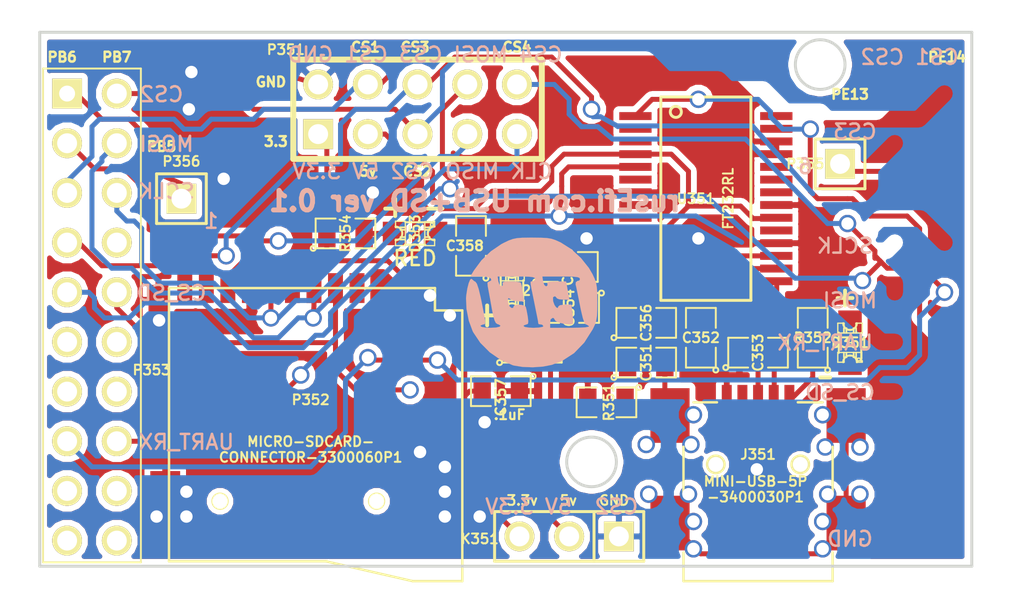
<source format=kicad_pcb>
(kicad_pcb (version 3) (host pcbnew "(2013-07-07 BZR 4022)-stable")
  (title_block (comment 2 Art_Electro) (comment 3 Art_Electro) (comment 4 Art_Electro))
  (layers (15 F.Cu signal) (0 B.Cu signal) (18 B.Paste user) (19 F.Paste user) (20 B.SilkS user) (21 F.SilkS user) (22 B.Mask user) (23 F.Mask user) (28 Edge.Cuts user))
  (net 0 "")
  (net 1 /3.3V)
  (net 2 /5V)
  (net 3 /CAN_TX)
  (net 4 /CS1)
  (net 5 /CS2)
  (net 6 /CS3)
  (net 7 /CS4)
  (net 8 /CS_SD_MODULE)
  (net 9 /SPI_MISO)
  (net 10 /SPI_MOSI)
  (net 11 /SPI_SCK)
  (net 12 /USART_RX)
  (net 13 /USART_TX)
  (net 14 GND)
  (net 15 N-000001)
  (net 16 N-0000017)
  (net 17 N-0000019)
  (net 18 N-000002)
  (net 19 N-000003)
  (net 20 N-0000039)
  (net 21 N-0000048)
  (net 22 N-0000056)
  (net 23 N-0000058)
  (module MICRO-SDCARD-CONNECTOR-3300060P1 (layer F.Cu) (at 190.5 172.339 270)
    (fp_text reference P352 (at -1.778 0.254 360) (layer F.SilkS) (effects (font (size 0.50038 0.50038) (thickness 0.1016))))
    (fp_text value MICRO-SDCARD-CONNECTOR-3300060P1 hide)
    (pad 1 smd rect (at -7.493 -2.114 270) (size 1.524 0.762) (layers F.Cu F.Paste F.Mask))
    (pad 2 smd rect (at -7.493 -1.014 270) (size 1.524 0.762) (layers F.Cu F.Paste F.Mask) (net 8 /CS_SD_MODULE))
    (pad 3 smd rect (at -7.493 0.086 270) (size 1.524 0.762) (layers F.Cu F.Paste F.Mask) (net 10 /SPI_MOSI))
    (pad 4 smd rect (at -7.493 1.186 270) (size 1.524 0.762) (layers F.Cu F.Paste F.Mask) (net 1 /3.3V))
    (pad 5 smd rect (at -7.493 2.286 270) (size 1.524 0.762) (layers F.Cu F.Paste F.Mask) (net 11 /SPI_SCK))
    (pad 6 smd rect (at -7.493 3.386 270) (size 1.524 0.762) (layers F.Cu F.Paste F.Mask) (net 14 GND))
    (pad 7 smd rect (at -7.493 4.486 270) (size 1.524 0.762) (layers F.Cu F.Paste F.Mask) (net 9 /SPI_MISO))
    (pad 8 smd rect (at -7.493 5.586 270) (size 1.524 0.762) (layers F.Cu F.Paste F.Mask))
    (pad 9 smd rect (at -7.493 6.686 270) (size 1.524 0.762) (layers F.Cu F.Paste F.Mask))
    (pad G301 smd rect (at -6.893 8.032 270) (size 1.524 1.016) (layers F.Cu F.Paste F.Mask) (net 14 GND))
    (pad G302 smd rect (at 2.88 7.686 270) (size 2.032 1.524) (layers F.Cu F.Paste F.Mask) (net 14 GND))
    (pad G303 smd rect (at 2.88 -7.714 270) (size 2.032 1.524) (layers F.Cu F.Paste F.Mask) (net 14 GND))
    (pad G304 smd rect (at -7.101 -6.895 270) (size 1.524 1.524) (layers F.Cu F.Paste F.Mask) (net 14 GND))
    (pad "" np_thru_hole circle (at 3.407 4.886 270) (size 0.889 0.889) (drill 0.762) (layers *.Mask F.SilkS))
    (pad "" np_thru_hole circle (at 3.407 -3.114 270) (size 0.889 0.889) (drill 0.762) (layers *.Mask F.SilkS))
  )
  (module SM0805 (layer F.Cu) (at 207.391 168.656)
    (fp_text reference C351 (at 0 0 90) (layer F.SilkS) (effects (font (size 0.50038 0.50038) (thickness 0.1016))))
    (fp_text value 4700pF hide)
    (pad 1 smd rect (at -0.9525 0) (size 0.889 1.397) (layers F.Cu F.Paste F.Mask) (net 14 GND))
    (pad 2 smd rect (at 0.9525 0) (size 0.889 1.397) (layers F.Cu F.Paste F.Mask) (net 18 N-000002))
  )
  (module SM0805 (layer F.Cu) (at 210.185 167.386 90)
    (fp_text reference C352 (at 0 0 180) (layer F.SilkS) (effects (font (size 0.50038 0.50038) (thickness 0.1016))))
    (fp_text value 47pF hide)
    (pad 1 smd rect (at -0.9525 0 90) (size 0.889 1.397) (layers F.Cu F.Paste F.Mask) (net 14 GND))
    (pad 2 smd rect (at 0.9525 0 90) (size 0.889 1.397) (layers F.Cu F.Paste F.Mask) (net 22 N-0000056))
  )
  (module SM0805 (layer F.Cu) (at 213.106 168.148)
    (fp_text reference C353 (at 0 0 90) (layer F.SilkS) (effects (font (size 0.50038 0.50038) (thickness 0.1016))))
    (fp_text value 47pF hide)
    (pad 1 smd rect (at -0.9525 0) (size 0.889 1.397) (layers F.Cu F.Paste F.Mask) (net 14 GND))
    (pad 2 smd rect (at 0.9525 0) (size 0.889 1.397) (layers F.Cu F.Paste F.Mask) (net 19 N-000003))
  )
  (module SM0805 (layer F.Cu) (at 203.454 165.862 180)
    (fp_text reference C354 (at 0 0 270) (layer F.SilkS) (effects (font (size 0.50038 0.50038) (thickness 0.1016))))
    (fp_text value 4.7uF hide)
    (pad 1 smd rect (at -0.9525 0 180) (size 0.889 1.397) (layers F.Cu F.Paste F.Mask) (net 2 /5V))
    (pad 2 smd rect (at 0.9525 0 180) (size 0.889 1.397) (layers F.Cu F.Paste F.Mask) (net 14 GND))
  )
  (module SM0805 (layer F.Cu) (at 203.3905 163.7665)
    (fp_text reference C355 (at 0 0 90) (layer F.SilkS) (effects (font (size 0.50038 0.50038) (thickness 0.1016))))
    (fp_text value .1uF hide)
    (pad 1 smd rect (at -0.9525 0) (size 0.889 1.397) (layers F.Cu F.Paste F.Mask) (net 14 GND))
    (pad 2 smd rect (at 0.9525 0) (size 0.889 1.397) (layers F.Cu F.Paste F.Mask) (net 2 /5V))
  )
  (module SM0805 (layer F.Cu) (at 207.391 166.624)
    (fp_text reference C356 (at 0 0 90) (layer F.SilkS) (effects (font (size 0.50038 0.50038) (thickness 0.1016))))
    (fp_text value .1uF hide)
    (pad 1 smd rect (at -0.9525 0) (size 0.889 1.397) (layers F.Cu F.Paste F.Mask) (net 14 GND))
    (pad 2 smd rect (at 0.9525 0) (size 0.889 1.397) (layers F.Cu F.Paste F.Mask) (net 20 N-0000039))
  )
  (module LED-0805 (layer F.Cu) (at 217.805 167.64 270)
    (fp_text reference D351 (at 0 0 360) (layer F.SilkS) (effects (font (size 0.50038 0.50038) (thickness 0.1016))))
    (fp_text value GREEN hide)
    (pad 1 smd rect (at -1.04902 0 270) (size 1.19888 1.19888) (layers F.Cu F.Paste F.Mask) (net 17 N-0000019))
    (pad 2 smd rect (at 1.04902 0 270) (size 1.19888 1.19888) (layers F.Cu F.Paste F.Mask) (net 14 GND))
  )
  (module LED-0805 (layer F.Cu) (at 200.533 164.973 90)
    (fp_text reference D352 (at 0 0 180) (layer F.SilkS) (effects (font (size 0.50038 0.50038) (thickness 0.1016))))
    (fp_text value RED hide)
    (pad 1 smd rect (at -1.04902 0 90) (size 1.19888 1.19888) (layers F.Cu F.Paste F.Mask) (net 21 N-0000048))
    (pad 2 smd rect (at 1.04902 0 90) (size 1.19888 1.19888) (layers F.Cu F.Paste F.Mask) (net 14 GND))
  )
  (module SM0805 (layer F.Cu) (at 205.359 170.688 180)
    (fp_text reference R351 (at -0.127 0 270) (layer F.SilkS) (effects (font (size 0.50038 0.50038) (thickness 0.1016))))
    (fp_text value 1M hide)
    (pad 1 smd rect (at -0.9525 0 180) (size 0.889 1.397) (layers F.Cu F.Paste F.Mask) (net 18 N-000002))
    (pad 2 smd rect (at 0.9525 0 180) (size 0.889 1.397) (layers F.Cu F.Paste F.Mask) (net 14 GND))
  )
  (module SM0805 (layer F.Cu) (at 215.9 167.386 90)
    (fp_text reference R352 (at 0 0 180) (layer F.SilkS) (effects (font (size 0.50038 0.50038) (thickness 0.1016))))
    (fp_text value 1k hide)
    (pad 1 smd rect (at -0.9525 0 90) (size 0.889 1.397) (layers F.Cu F.Paste F.Mask) (net 15 N-000001))
    (pad 2 smd rect (at 0.9525 0 90) (size 0.889 1.397) (layers F.Cu F.Paste F.Mask) (net 17 N-0000019))
  )
  (module SM0805 (layer F.Cu) (at 201.549 167.894)
    (fp_text reference R353 (at 0 0 90) (layer F.SilkS) (effects (font (size 0.50038 0.50038) (thickness 0.1016))))
    (fp_text value 1k hide)
    (pad 1 smd rect (at -0.9525 0) (size 0.889 1.397) (layers F.Cu F.Paste F.Mask) (net 21 N-0000048))
    (pad 2 smd rect (at 0.9525 0) (size 0.889 1.397) (layers F.Cu F.Paste F.Mask) (net 2 /5V))
  )
  (module ssop-28 (layer F.Cu) (at 210.439 160.274 270)
    (fp_text reference U351 (at 0 0.508 360) (layer F.SilkS) (effects (font (size 0.50038 0.50038) (thickness 0.1016))))
    (fp_text value FT232RL (at 0 -1.143 270) (layer F.SilkS) (effects (font (size 0.50038 0.50038) (thickness 0.09906))))
    (pad 7 smd rect (at -0.32512 3.59918 270) (size 0.4064 1.651) (layers F.Cu F.Paste F.Mask) (net 14 GND))
    (pad 8 smd rect (at 0.32512 3.59918 270) (size 0.4064 1.651) (layers F.Cu F.Paste F.Mask))
    (pad 9 smd rect (at 0.97536 3.59918 270) (size 0.4064 1.651) (layers F.Cu F.Paste F.Mask))
    (pad 10 smd rect (at 1.6256 3.59918 270) (size 0.4064 1.651) (layers F.Cu F.Paste F.Mask))
    (pad 25 smd rect (at -2.27584 -3.59918 270) (size 0.4064 1.651) (layers F.Cu F.Paste F.Mask) (net 14 GND))
    (pad 4 smd rect (at -2.27584 3.59918 270) (size 0.4064 1.651) (layers F.Cu F.Paste F.Mask) (net 2 /5V))
    (pad 5 smd rect (at -1.6256 3.59918 270) (size 0.4064 1.651) (layers F.Cu F.Paste F.Mask) (net 12 /USART_RX))
    (pad 6 smd rect (at -0.97536 3.59918 270) (size 0.4064 1.651) (layers F.Cu F.Paste F.Mask))
    (pad 18 smd rect (at 2.27584 -3.59918 270) (size 0.4064 1.651) (layers F.Cu F.Paste F.Mask) (net 14 GND))
    (pad 19 smd rect (at 1.6256 -3.59918 270) (size 0.4064 1.651) (layers F.Cu F.Paste F.Mask))
    (pad 20 smd rect (at 0.97536 -3.59918 270) (size 0.4064 1.651) (layers F.Cu F.Paste F.Mask) (net 2 /5V))
    (pad 21 smd rect (at 0.32512 -3.59918 270) (size 0.4064 1.651) (layers F.Cu F.Paste F.Mask) (net 14 GND))
    (pad 22 smd rect (at -0.32512 -3.59918 270) (size 0.4064 1.651) (layers F.Cu F.Paste F.Mask))
    (pad 23 smd rect (at -0.97536 -3.59918 270) (size 0.4064 1.651) (layers F.Cu F.Paste F.Mask))
    (pad 11 smd rect (at 2.27584 3.59918 270) (size 0.4064 1.651) (layers F.Cu F.Paste F.Mask))
    (pad 24 smd rect (at -1.6256 -3.59918 270) (size 0.4064 1.651) (layers F.Cu F.Paste F.Mask))
    (pad 26 smd rect (at -2.92608 -3.59918 270) (size 0.4064 1.651) (layers F.Cu F.Paste F.Mask) (net 14 GND))
    (pad 27 smd rect (at -3.57378 -3.59918 270) (size 0.4064 1.651) (layers F.Cu F.Paste F.Mask))
    (pad 28 smd rect (at -4.22402 -3.59918 270) (size 0.4064 1.651) (layers F.Cu F.Paste F.Mask))
    (pad 1 smd rect (at -4.22402 3.59918 270) (size 0.4064 1.651) (layers F.Cu F.Paste F.Mask) (net 13 /USART_TX))
    (pad 2 smd rect (at -3.57378 3.59918 270) (size 0.4064 1.651) (layers F.Cu F.Paste F.Mask))
    (pad 3 smd rect (at -2.92608 3.59918 270) (size 0.4064 1.651) (layers F.Cu F.Paste F.Mask))
    (pad 12 smd rect (at 2.92608 3.59918 270) (size 0.4064 1.651) (layers F.Cu F.Paste F.Mask))
    (pad 13 smd rect (at 3.57378 3.59918 270) (size 0.4064 1.651) (layers F.Cu F.Paste F.Mask))
    (pad 14 smd rect (at 4.22402 3.59918 270) (size 0.4064 1.651) (layers F.Cu F.Paste F.Mask))
    (pad 15 smd rect (at 4.22402 -3.59918 270) (size 0.4064 1.651) (layers F.Cu F.Paste F.Mask) (net 19 N-000003))
    (pad 16 smd rect (at 3.57378 -3.59918 270) (size 0.4064 1.651) (layers F.Cu F.Paste F.Mask) (net 22 N-0000056))
    (pad 17 smd rect (at 2.92608 -3.59918 270) (size 0.4064 1.651) (layers F.Cu F.Paste F.Mask) (net 20 N-0000039))
  )
  (module LED-0805 (layer F.Cu) (at 195.58 162.052)
    (fp_text reference D353 (at 0 0 90) (layer F.SilkS) (effects (font (size 0.50038 0.50038) (thickness 0.1016))))
    (fp_text value RED (at 0 1.27) (layer F.SilkS) (effects (font (size 0.762 0.762) (thickness 0.127))))
    (pad 1 smd rect (at -1.04902 0) (size 1.19888 1.19888) (layers F.Cu F.Paste F.Mask) (net 23 N-0000058))
    (pad 2 smd rect (at 1.04902 0) (size 1.19888 1.19888) (layers F.Cu F.Paste F.Mask) (net 14 GND))
  )
  (module SM0805 (layer F.Cu) (at 192.024 162.052)
    (fp_text reference R354 (at 0 0 90) (layer F.SilkS) (effects (font (size 0.50038 0.50038) (thickness 0.1016))))
    (fp_text value 1k hide)
    (pad 1 smd rect (at -0.9525 0) (size 0.889 1.397) (layers F.Cu F.Paste F.Mask) (net 1 /3.3V))
    (pad 2 smd rect (at 0.9525 0) (size 0.889 1.397) (layers F.Cu F.Paste F.Mask) (net 23 N-0000058))
  )
  (module PIN_ARRAY_3_A (layer F.Cu) (at 203.454 177.546 180)
    (fp_text reference K351 (at 4.572 -0.127 180) (layer F.SilkS) (effects (font (size 0.50038 0.50038) (thickness 0.1016))))
    (fp_text value CONN_3 hide)
    (pad 1 thru_hole rect (at -2.54 0 180) (size 1.524 1.524) (drill 1.016) (layers *.Cu *.Mask F.SilkS) (net 14 GND))
    (pad 2 thru_hole circle (at 0 0 180) (size 1.524 1.524) (drill 1.016) (layers *.Cu *.Mask F.SilkS) (net 2 /5V))
    (pad 3 thru_hole circle (at 2.54 0 180) (size 1.524 1.524) (drill 1.016) (layers *.Cu *.Mask F.SilkS) (net 1 /3.3V))
  )
  (module PIN_ARRAY_10X2 (layer F.Cu) (at 179.07 166.37 270)
    (fp_text reference P353 (at 2.667 -3.048 360) (layer F.SilkS) (effects (font (size 0.50038 0.50038) (thickness 0.1016))))
    (fp_text value CONN_10X2 hide)
    (pad 1 thru_hole rect (at -11.47064 1.27 270) (size 1.524 1.524) (drill 0.8128) (layers *.Cu *.Mask F.SilkS) (net 3 /CAN_TX))
    (pad 2 thru_hole circle (at -11.47064 -1.27 270) (size 1.524 1.524) (drill 1.016) (layers *.Cu *.Mask F.SilkS) (net 5 /CS2))
    (pad 3 thru_hole circle (at -8.93064 1.27 270) (size 1.524 1.524) (drill 1.016) (layers *.Cu *.Mask F.SilkS) (net 9 /SPI_MISO))
    (pad 4 thru_hole circle (at -8.93064 -1.27 270) (size 1.524 1.524) (drill 1.016) (layers *.Cu *.Mask F.SilkS) (net 10 /SPI_MOSI))
    (pad 5 thru_hole circle (at -6.39064 1.27 270) (size 1.524 1.524) (drill 1.016) (layers *.Cu *.Mask F.SilkS) (net 4 /CS1))
    (pad 6 thru_hole circle (at -6.39064 -1.27 270) (size 1.524 1.524) (drill 1.016) (layers *.Cu *.Mask F.SilkS) (net 11 /SPI_SCK))
    (pad 7 thru_hole circle (at -3.85064 1.27 270) (size 1.524 1.524) (drill 1.016) (layers *.Cu *.Mask F.SilkS) (net 6 /CS3))
    (pad 8 thru_hole circle (at -3.85064 -1.27 270) (size 1.524 1.524) (drill 1.016) (layers *.Cu *.Mask F.SilkS))
    (pad 9 thru_hole circle (at -1.31064 1.27 270) (size 1.524 1.524) (drill 1.016) (layers *.Cu *.Mask F.SilkS) (net 7 /CS4))
    (pad 10 thru_hole circle (at -1.31064 -1.27 270) (size 1.524 1.524) (drill 1.016) (layers *.Cu *.Mask F.SilkS) (net 8 /CS_SD_MODULE))
    (pad 11 thru_hole circle (at 1.22936 1.27 270) (size 1.524 1.524) (drill 1.016) (layers *.Cu *.Mask F.SilkS))
    (pad 12 thru_hole circle (at 1.22936 -1.27 270) (size 1.524 1.524) (drill 1.016) (layers *.Cu *.Mask F.SilkS))
    (pad 13 thru_hole circle (at 3.76936 1.27 270) (size 1.524 1.524) (drill 1.016) (layers *.Cu *.Mask F.SilkS))
    (pad 14 thru_hole circle (at 3.76936 -1.27 270) (size 1.524 1.524) (drill 1.016) (layers *.Cu *.Mask F.SilkS))
    (pad 15 thru_hole circle (at 6.30936 1.27 270) (size 1.524 1.524) (drill 1.016) (layers *.Cu *.Mask F.SilkS) (net 13 /USART_TX))
    (pad 16 thru_hole circle (at 6.30936 -1.27 270) (size 1.524 1.524) (drill 1.016) (layers *.Cu *.Mask F.SilkS) (net 12 /USART_RX))
    (pad 17 thru_hole circle (at 8.84936 1.27 270) (size 1.524 1.524) (drill 1.016) (layers *.Cu *.Mask F.SilkS))
    (pad 18 thru_hole circle (at 8.84936 -1.27 270) (size 1.524 1.524) (drill 1.016) (layers *.Cu *.Mask F.SilkS))
    (pad 19 thru_hole circle (at 11.38936 1.27 270) (size 1.524 1.524) (drill 1.016) (layers *.Cu *.Mask F.SilkS))
    (pad 20 thru_hole circle (at 11.38936 -1.27 270) (size 1.524 1.524) (drill 1.016) (layers *.Cu *.Mask F.SilkS))
  )
  (module MINI-USB-5P-3400020P1 (layer F.Cu) (at 213.106 175.26)
    (fp_text reference J351 (at 0 -1.905) (layer F.SilkS) (effects (font (size 0.50038 0.50038) (thickness 0.1016))))
    (fp_text value MINI-USB-5P-3400020P1 hide)
    (pad 5 smd rect (at -1.6 -4.191) (size 0.508 2.54) (layers F.Cu F.Paste F.Mask) (net 14 GND))
    (pad 4 smd rect (at -0.8 -4.191) (size 0.508 2.54) (layers F.Cu F.Paste F.Mask))
    (pad 3 smd rect (at 0 -4.191) (size 0.508 2.54) (layers F.Cu F.Paste F.Mask) (net 22 N-0000056))
    (pad 2 smd rect (at 0.8 -4.191) (size 0.508 2.54) (layers F.Cu F.Paste F.Mask) (net 19 N-000003))
    (pad 1 smd rect (at 1.6 -4.191) (size 0.508 2.54) (layers F.Cu F.Paste F.Mask) (net 15 N-000001))
    (pad 6 smd rect (at -4.5 1.603 90) (size 2.794 2) (layers F.Cu F.Paste F.Mask) (net 18 N-000002))
    (pad 6 smd rect (at 4.5 1.603 90) (size 2.794 2) (layers F.Cu F.Paste F.Mask) (net 18 N-000002))
    (pad 6 smd rect (at -4.5 -3.897 90) (size 2.794 2) (layers F.Cu F.Paste F.Mask) (net 18 N-000002))
    (pad 6 smd rect (at 4.5 -3.897 90) (size 2.794 2) (layers F.Cu F.Paste F.Mask) (net 18 N-000002))
    (pad "" np_thru_hole circle (at -2.159 -1.397 90) (size 1.016 1.016) (drill 0.762) (layers *.Mask F.SilkS))
    (pad "" np_thru_hole circle (at 2.159 -1.397 90) (size 1.016 1.016) (drill 0.762) (layers *.Mask F.SilkS))
  )
  (module PIN_ARRAY_1 (layer F.Cu) (at 217.297 158.496)
    (fp_text reference P355 (at -1.778 0) (layer F.SilkS) (effects (font (size 0.50038 0.50038) (thickness 0.1016))))
    (fp_text value CONN_1 hide)
    (pad 1 thru_hole rect (at 0 0) (size 1.524 1.524) (drill 1.016) (layers *.Cu *.Mask F.SilkS) (net 16 N-0000017))
  )
  (module PIN_ARRAY_5x2 (layer F.Cu) (at 195.707 155.702)
    (fp_text reference P351 (at -6.731 -3.048) (layer F.SilkS) (effects (font (size 0.50038 0.50038) (thickness 0.1016))))
    (fp_text value CONN_5X2 hide)
    (pad 1 thru_hole rect (at -5.08 1.27) (size 1.524 1.524) (drill 1.016) (layers *.Cu *.Mask F.SilkS) (net 1 /3.3V))
    (pad 2 thru_hole circle (at -5.08 -1.27) (size 1.524 1.524) (drill 1.016) (layers *.Cu *.Mask F.SilkS) (net 14 GND))
    (pad 3 thru_hole circle (at -2.54 1.27) (size 1.524 1.524) (drill 1.016) (layers *.Cu *.Mask F.SilkS) (net 2 /5V))
    (pad 4 thru_hole circle (at -2.54 -1.27) (size 1.524 1.524) (drill 1.016) (layers *.Cu *.Mask F.SilkS) (net 4 /CS1))
    (pad 5 thru_hole circle (at 0 1.27) (size 1.524 1.524) (drill 1.016) (layers *.Cu *.Mask F.SilkS) (net 5 /CS2))
    (pad 6 thru_hole circle (at 0 -1.27) (size 1.524 1.524) (drill 1.016) (layers *.Cu *.Mask F.SilkS) (net 6 /CS3))
    (pad 7 thru_hole circle (at 2.54 1.27) (size 1.524 1.524) (drill 1.016) (layers *.Cu *.Mask F.SilkS) (net 9 /SPI_MISO))
    (pad 8 thru_hole circle (at 2.54 -1.27) (size 1.524 1.524) (drill 1.016) (layers *.Cu *.Mask F.SilkS) (net 10 /SPI_MOSI))
    (pad 9 thru_hole circle (at 5.08 1.27) (size 1.524 1.524) (drill 1.016) (layers *.Cu *.Mask F.SilkS) (net 11 /SPI_SCK))
    (pad 10 thru_hole circle (at 5.08 -1.27) (size 1.524 1.524) (drill 1.016) (layers *.Cu *.Mask F.SilkS) (net 7 /CS4))
  )
  (module PIN_ARRAY_1 (layer F.Cu) (at 183.642 160.274)
    (fp_text reference P356 (at 0 -1.905) (layer F.SilkS) (effects (font (size 0.50038 0.50038) (thickness 0.1016))))
    (fp_text value CONN_1 hide)
    (pad 1 thru_hole rect (at 0 0) (size 1.524 1.524) (drill 1.016) (layers *.Cu *.Mask F.SilkS) (net 3 /CAN_TX))
  )
  (module LOGO_F (layer B.Cu) (at 201.549 165.608)
    (fp_text reference G305 hide)
    (fp_text value LOGO hide)
  )
  (module SM0805 (layer F.Cu) (at 199.9615 170.1165 180)
    (fp_text reference C357 (at 0 -0.3175 270) (layer F.SilkS) (effects (font (size 0.50038 0.50038) (thickness 0.10922))))
    (fp_text value .1uF (at -0.4445 -1.2065 180) (layer F.SilkS) (effects (font (size 0.50038 0.50038) (thickness 0.10922))))
    (pad 1 smd rect (at -0.9525 0 180) (size 0.889 1.397) (layers F.Cu F.Paste F.Mask) (net 14 GND))
    (pad 2 smd rect (at 0.9525 0 180) (size 0.889 1.397) (layers F.Cu F.Paste F.Mask) (net 1 /3.3V))
  )
  (module SM0805 (layer F.Cu) (at 198.4375 162.687 90)
    (fp_text reference C358 (at 0 -0.3175 180) (layer F.SilkS) (effects (font (size 0.50038 0.50038) (thickness 0.10922))))
    (fp_text value 4.7uF hide)
    (pad 1 smd rect (at -0.9525 0 90) (size 0.889 1.397) (layers F.Cu F.Paste F.Mask) (net 1 /3.3V))
    (pad 2 smd rect (at 0.9525 0 90) (size 0.889 1.397) (layers F.Cu F.Paste F.Mask) (net 14 GND))
  )
  (gr_text 6 (at 215.519 158.623) (layer B.SilkS) (effects (font (size 0.762 0.762) (thickness 0.127)) (justify mirror)))
  (gr_text 1 (at 185.166 161.417) (layer B.SilkS) (effects (font (size 0.762 0.762) (thickness 0.127)) (justify mirror)))
  (gr_text "CLK MISO CS2 5V 3.3V" (at 195.961 158.877) (layer B.SilkS) (effects (font (size 0.762 0.762) (thickness 0.127)) (justify mirror)))
  (gr_text "CS4 MOSI CS3 CS1 GND" (at 196.088 152.908) (layer B.SilkS) (effects (font (size 0.762 0.762) (thickness 0.127)) (justify mirror)))
  (gr_text "CS2  5V 3.3V" (at 203.073 176.022) (layer B.SilkS) (effects (font (size 0.762 0.762) (thickness 0.127)) (justify mirror)))
  (gr_text MOSI (at 182.88 157.48) (layer B.SilkS) (effects (font (size 0.762 0.762) (thickness 0.127)) (justify mirror)))
  (gr_text UART_RX (at 183.896 172.72) (layer B.SilkS) (effects (font (size 0.762 0.762) (thickness 0.127)) (justify mirror)))
  (gr_text CS_SD (at 183.134 165.1) (layer B.SilkS) (effects (font (size 0.762 0.762) (thickness 0.127)) (justify mirror)))
  (gr_text SCLK (at 182.88 159.893) (layer B.SilkS) (effects (font (size 0.762 0.762) (thickness 0.127)) (justify mirror)))
  (gr_text GND (at 217.805 177.673) (layer B.SilkS) (effects (font (size 0.762 0.762) (thickness 0.127)) (justify mirror)))
  (gr_text CS_SD (at 217.297 170.18) (layer B.SilkS) (effects (font (size 0.762 0.762) (thickness 0.127)) (justify mirror)))
  (gr_text UART_RX (at 216.535 167.64) (layer B.SilkS) (effects (font (size 0.762 0.762) (thickness 0.127)) (justify mirror)))
  (gr_text CS2 (at 182.626 154.94) (layer B.SilkS) (effects (font (size 0.762 0.762) (thickness 0.127)) (justify mirror)))
  (gr_text MOSI (at 217.805 165.481) (layer B.SilkS) (effects (font (size 0.762 0.762) (thickness 0.127)) (justify mirror)))
  (gr_text SCLK (at 217.551 162.687) (layer B.SilkS) (effects (font (size 0.762 0.762) (thickness 0.127)) (justify mirror)))
  (gr_text CS3 (at 218.059 156.845) (layer B.SilkS) (effects (font (size 0.762 0.762) (thickness 0.127)) (justify mirror)))
  (gr_text "CS1 CS2" (at 220.853 153.035) (layer B.SilkS) (effects (font (size 0.762 0.762) (thickness 0.127)) (justify mirror)))
  (gr_line (start 194.945 160.782) (end 195.072 160.782) (angle 90) (layer F.SilkS) (width 0.2))
  (gr_line (start 194.564 161.163) (end 194.564 160.274) (angle 90) (layer F.SilkS) (width 0.2))
  (gr_line (start 194.056 160.782) (end 194.945 160.782) (angle 90) (layer F.SilkS) (width 0.2))
  (gr_line (start 196.215 160.782) (end 196.977 160.782) (angle 90) (layer F.SilkS) (width 0.2))
  (gr_line (start 199.263 165.735) (end 199.263 166.751) (angle 90) (layer F.SilkS) (width 0.2))
  (gr_line (start 198.882 166.243) (end 199.644 166.243) (angle 90) (layer F.SilkS) (width 0.2))
  (gr_line (start 200.152 162.814) (end 200.787 162.814) (angle 90) (layer F.SilkS) (width 0.2))
  (gr_line (start 216.789 169.418) (end 216.281 169.418) (angle 90) (layer F.SilkS) (width 0.2))
  (gr_line (start 217.551 165.735) (end 217.551 164.973) (angle 90) (layer F.SilkS) (width 0.2))
  (gr_line (start 217.17 165.354) (end 217.932 165.354) (angle 90) (layer F.SilkS) (width 0.2))
  (gr_text PB5 (at 182.626 157.607) (layer F.SilkS) (effects (font (size 0.50038 0.50038) (thickness 0.125095))))
  (gr_text CS2 (at 195.707 158.877) (layer F.SilkS) (effects (font (size 0.50038 0.50038) (thickness 0.125095))))
  (gr_text CS4 (at 200.787 152.527) (layer F.SilkS) (effects (font (size 0.50038 0.50038) (thickness 0.125095))))
  (gr_text CS3 (at 195.58 152.527) (layer F.SilkS) (effects (font (size 0.50038 0.50038) (thickness 0.125095))))
  (gr_text CS1 (at 193.04 152.527) (layer F.SilkS) (effects (font (size 0.50038 0.50038) (thickness 0.125095))))
  (gr_text 5v (at 193.167 158.877) (layer F.SilkS) (effects (font (size 0.50038 0.50038) (thickness 0.125095))))
  (gr_text 3.3 (at 188.468 157.353) (layer F.SilkS) (effects (font (size 0.50038 0.50038) (thickness 0.125095))))
  (gr_text PB7 (at 180.34 153.035) (layer F.SilkS) (effects (font (size 0.50038 0.50038) (thickness 0.125095))))
  (gr_text PB6 (at 177.546 153.035) (layer F.SilkS) (effects (font (size 0.50038 0.50038) (thickness 0.125095))))
  (gr_text GND (at 188.214 154.305) (layer F.SilkS) (effects (font (size 0.50038 0.50038) (thickness 0.125095))))
  (gr_text PE14 (at 222.758 153.035) (layer F.SilkS) (effects (font (size 0.50038 0.50038) (thickness 0.125095))))
  (gr_text PE13 (at 217.805 154.94) (layer F.SilkS) (effects (font (size 0.50038 0.50038) (thickness 0.125095))))
  (gr_text "3.3v   5v   GND" (at 203.3905 175.7045) (layer F.SilkS) (effects (font (size 0.50038 0.50038) (thickness 0.1016))))
  (gr_text "rusEfi.com USB+SD ver 0.1" (at 198.628 160.401) (layer B.SilkS) (effects (font (size 1 1) (thickness 0.25)) (justify mirror)))
  (gr_text "MINI-USB-5P\n-3400030P1" (at 212.979 175.133) (layer F.SilkS) (effects (font (size 0.50038 0.50038) (thickness 0.1016))))
  (gr_text "MICRO-SDCARD-\nCONNECTOR-3300060P1" (at 190.246 173.101) (layer F.SilkS) (effects (font (size 0.50038 0.50038) (thickness 0.1016))))
  (gr_line (start 224.028 179.07) (end 224.028 151.765) (angle 90) (layer Edge.Cuts) (width 0.15))
  (gr_line (start 224.028 151.765) (end 176.403 151.765) (angle 90) (layer Edge.Cuts) (width 0.15))
  (gr_line (start 176.403 179.07) (end 224.028 179.07) (angle 90) (layer Edge.Cuts) (width 0.15))
  (gr_line (start 176.403 151.765) (end 176.403 179.07) (angle 90) (layer Edge.Cuts) (width 0.15))
  (gr_circle (center 204.597 173.736) (end 205.867 173.736) (layer Edge.Cuts) (width 0.15))
  (gr_circle (center 216.281 153.416) (end 217.551 153.416) (layer Edge.Cuts) (width 0.15))
  (segment (start 198.12 172.466) (end 198.12 173.482) (width 0.254) (layer F.Cu) (net 1))
  (segment (start 198.12 170.3705) (end 198.12 172.466) (width 0.254) (layer F.Cu) (net 1))
  (segment (start 199.644 176.276) (end 200.914 177.546) (width 0.254) (layer F.Cu) (net 1))
  (segment (start 199.644 174.1805) (end 199.644 176.276) (width 0.254) (layer F.Cu) (net 1))
  (segment (start 199.1995 173.736) (end 199.644 174.1805) (width 0.254) (layer F.Cu) (net 1))
  (segment (start 198.374 173.736) (end 199.1995 173.736) (width 0.254) (layer F.Cu) (net 1))
  (segment (start 198.12 173.482) (end 198.374 173.736) (width 0.254) (layer F.Cu) (net 1))
  (segment (start 198.4375 163.6395) (end 195.326 163.6395) (width 0.254) (layer F.Cu) (net 1))
  (segment (start 195.326 163.6395) (end 194.84975 164.11575) (width 0.254) (layer F.Cu) (net 1))
  (segment (start 199.009 170.1165) (end 198.374 170.1165) (width 0.254) (layer F.Cu) (net 1))
  (segment (start 198.374 170.1165) (end 198.12 170.3705) (width 0.254) (layer F.Cu) (net 1))
  (segment (start 191.0715 162.052) (end 191.0715 157.4165) (width 0.254) (layer F.Cu) (net 1))
  (segment (start 191.0715 157.4165) (end 190.627 156.972) (width 0.254) (layer F.Cu) (net 1))
  (segment (start 191.0715 162.052) (end 191.0715 163.449) (width 0.254) (layer F.Cu) (net 1))
  (segment (start 191.0715 163.449) (end 191.135 163.449) (width 0.254) (layer F.Cu) (net 1))
  (segment (start 190.5635 163.449) (end 189.865 163.449) (width 0.254) (layer F.Cu) (net 1))
  (segment (start 190.627 163.449) (end 191.135 163.449) (width 0.254) (layer F.Cu) (net 1))
  (segment (start 190.5635 163.449) (end 190.627 163.449) (width 0.254) (layer F.Cu) (net 1))
  (segment (start 189.865 163.449) (end 189.314 164) (width 0.254) (layer F.Cu) (net 1))
  (segment (start 189.314 164) (end 189.314 164.846) (width 0.254) (layer F.Cu) (net 1))
  (segment (start 195.453 164.719) (end 195.453 165.862) (width 0.254) (layer F.Cu) (net 1))
  (segment (start 195.453 165.862) (end 196.977 167.386) (width 0.254) (layer F.Cu) (net 1))
  (segment (start 196.977 167.386) (end 198.12 168.529) (width 0.254) (layer F.Cu) (net 1))
  (segment (start 198.12 168.529) (end 198.12 170.3705) (width 0.254) (layer F.Cu) (net 1))
  (segment (start 191.135 163.449) (end 194.183 163.449) (width 0.254) (layer F.Cu) (net 1))
  (segment (start 194.183 163.449) (end 194.84975 164.11575) (width 0.254) (layer F.Cu) (net 1))
  (segment (start 194.84975 164.11575) (end 195.453 164.719) (width 0.254) (layer F.Cu) (net 1))
  (segment (start 202.5015 167.894) (end 202.5015 171.7675) (width 0.254) (layer F.Cu) (net 2))
  (segment (start 201.549 175.641) (end 203.454 177.546) (width 0.254) (layer F.Cu) (net 2))
  (segment (start 201.549 172.72) (end 201.549 175.641) (width 0.254) (layer F.Cu) (net 2))
  (segment (start 202.5015 171.7675) (end 201.549 172.72) (width 0.254) (layer F.Cu) (net 2))
  (segment (start 204.4065 165.862) (end 204.4065 163.83) (width 0.254) (layer F.Cu) (net 2))
  (segment (start 204.4065 163.83) (end 204.343 163.7665) (width 0.254) (layer F.Cu) (net 2))
  (segment (start 193.167 156.972) (end 194.056 156.972) (width 0.254) (layer F.Cu) (net 2))
  (segment (start 202.565 159.385) (end 202.565 158.623) (width 0.254) (layer F.Cu) (net 2))
  (segment (start 202.565 158.623) (end 203.18984 157.99816) (width 0.254) (layer F.Cu) (net 2))
  (segment (start 203.18984 157.99816) (end 206.83982 157.99816) (width 0.254) (layer F.Cu) (net 2))
  (segment (start 198.12 160.782) (end 197.739 160.782) (width 0.254) (layer F.Cu) (net 2))
  (segment (start 198.628 160.782) (end 198.12 160.782) (width 0.254) (layer F.Cu) (net 2))
  (segment (start 202.057 159.893) (end 202.565 159.385) (width 0.254) (layer F.Cu) (net 2))
  (segment (start 199.517 159.893) (end 198.628 160.782) (width 0.254) (layer F.Cu) (net 2))
  (segment (start 200.787 159.893) (end 199.517 159.893) (width 0.254) (layer F.Cu) (net 2))
  (segment (start 200.787 159.893) (end 202.057 159.893) (width 0.254) (layer F.Cu) (net 2))
  (segment (start 196.977 160.782) (end 197.739 160.782) (width 0.254) (layer F.Cu) (net 2))
  (segment (start 196.469 160.274) (end 196.977 160.782) (width 0.254) (layer F.Cu) (net 2))
  (segment (start 196.469 158.877) (end 196.469 160.274) (width 0.254) (layer F.Cu) (net 2))
  (segment (start 195.961 158.369) (end 196.469 158.877) (width 0.254) (layer F.Cu) (net 2))
  (segment (start 194.945 158.369) (end 195.961 158.369) (width 0.254) (layer F.Cu) (net 2))
  (segment (start 194.564 157.988) (end 194.945 158.369) (width 0.254) (layer F.Cu) (net 2))
  (segment (start 194.564 157.48) (end 194.564 157.988) (width 0.254) (layer F.Cu) (net 2))
  (segment (start 194.056 156.972) (end 194.564 157.48) (width 0.254) (layer F.Cu) (net 2))
  (segment (start 209.55 160.655) (end 212.217 160.655) (width 0.254) (layer F.Cu) (net 2))
  (segment (start 213.99754 161.29) (end 214.03818 161.24936) (width 0.254) (layer F.Cu) (net 2))
  (segment (start 212.852 161.29) (end 213.99754 161.29) (width 0.254) (layer F.Cu) (net 2))
  (segment (start 212.598 161.036) (end 212.852 161.29) (width 0.254) (layer F.Cu) (net 2))
  (segment (start 212.217 160.655) (end 212.598 161.036) (width 0.254) (layer F.Cu) (net 2))
  (segment (start 209.55 159.258) (end 209.55 158.877) (width 0.254) (layer F.Cu) (net 2))
  (segment (start 209.55 160.655) (end 209.55 159.258) (width 0.254) (layer F.Cu) (net 2))
  (segment (start 208.67116 157.99816) (end 206.83982 157.99816) (width 0.254) (layer F.Cu) (net 2))
  (segment (start 209.55 158.877) (end 208.67116 157.99816) (width 0.254) (layer F.Cu) (net 2))
  (segment (start 208.534 163.957) (end 208.534 164.592) (width 0.254) (layer F.Cu) (net 2))
  (segment (start 208.534 162.179) (end 208.534 163.957) (width 0.254) (layer F.Cu) (net 2))
  (segment (start 205.0415 165.227) (end 204.4065 165.862) (width 0.254) (layer F.Cu) (net 2))
  (segment (start 207.899 165.227) (end 205.0415 165.227) (width 0.254) (layer F.Cu) (net 2))
  (segment (start 208.534 164.592) (end 207.899 165.227) (width 0.254) (layer F.Cu) (net 2))
  (segment (start 202.5015 167.894) (end 203.454 167.894) (width 0.254) (layer F.Cu) (net 2))
  (segment (start 204.4065 166.9415) (end 204.4065 165.862) (width 0.254) (layer F.Cu) (net 2))
  (segment (start 203.454 167.894) (end 204.4065 166.9415) (width 0.254) (layer F.Cu) (net 2))
  (segment (start 208.534 162.052) (end 208.534 161.671) (width 0.254) (layer F.Cu) (net 2))
  (segment (start 208.534 161.671) (end 209.55 160.655) (width 0.254) (layer F.Cu) (net 2))
  (segment (start 209.55 160.655) (end 209.59064 160.61436) (width 0.254) (layer F.Cu) (net 2))
  (segment (start 209.50936 160.61436) (end 209.59064 160.61436) (width 0.254) (layer F.Cu) (net 2))
  (segment (start 177.8 154.89936) (end 178.26736 154.89936) (width 0.254) (layer F.Cu) (net 3))
  (segment (start 183.642 159.512) (end 183.642 160.274) (width 0.254) (layer F.Cu) (net 3))
  (segment (start 181.61 158.623) (end 183.642 159.512) (width 0.254) (layer F.Cu) (net 3))
  (segment (start 181.61 156.845) (end 181.61 158.623) (width 0.254) (layer F.Cu) (net 3))
  (segment (start 180.975 156.21) (end 181.61 156.845) (width 0.254) (layer F.Cu) (net 3))
  (segment (start 179.578 156.21) (end 180.975 156.21) (width 0.254) (layer F.Cu) (net 3))
  (segment (start 178.26736 154.89936) (end 179.578 156.21) (width 0.254) (layer F.Cu) (net 3))
  (segment (start 193.802 154.432) (end 195.707 152.527) (width 0.254) (layer F.Cu) (net 4))
  (segment (start 195.707 152.527) (end 203.1365 152.527) (width 0.254) (layer F.Cu) (net 4))
  (segment (start 203.1365 152.527) (end 203.2 152.527) (width 0.254) (layer F.Cu) (net 4))
  (segment (start 193.167 154.432) (end 193.802 154.432) (width 0.254) (layer F.Cu) (net 4))
  (segment (start 193.167 154.432) (end 192.659 154.432) (width 0.254) (layer B.Cu) (net 4))
  (segment (start 183.769 156.718) (end 184.658 156.718) (width 0.254) (layer B.Cu) (net 4))
  (segment (start 184.658 156.718) (end 185.166 156.21) (width 0.254) (layer B.Cu) (net 4))
  (segment (start 185.166 156.21) (end 187.325 156.21) (width 0.254) (layer B.Cu) (net 4))
  (segment (start 183.261 156.21) (end 183.769 156.718) (width 0.254) (layer B.Cu) (net 4))
  (segment (start 179.451 156.21) (end 183.261 156.21) (width 0.254) (layer B.Cu) (net 4))
  (segment (start 179.07 158.115) (end 179.07 156.591) (width 0.254) (layer B.Cu) (net 4))
  (segment (start 177.8 159.385) (end 179.07 158.115) (width 0.254) (layer B.Cu) (net 4))
  (segment (start 177.8 159.385) (end 177.8 159.97936) (width 0.254) (layer B.Cu) (net 4))
  (segment (start 179.07 156.591) (end 179.451 156.21) (width 0.254) (layer B.Cu) (net 4))
  (segment (start 187.833 155.702) (end 187.325 156.21) (width 0.254) (layer B.Cu) (net 4))
  (segment (start 191.389 155.702) (end 187.833 155.702) (width 0.254) (layer B.Cu) (net 4))
  (segment (start 192.659 154.432) (end 191.389 155.702) (width 0.254) (layer B.Cu) (net 4))
  (segment (start 193.802 154.559) (end 193.167 154.559) (width 0.254) (layer F.Cu) (net 4))
  (segment (start 196.977 154.051) (end 196.977 153.797) (width 0.254) (layer B.Cu) (net 5))
  (segment (start 196.977 153.797) (end 197.612 153.162) (width 0.254) (layer B.Cu) (net 5))
  (segment (start 195.707 156.972) (end 195.707 156.845) (width 0.254) (layer B.Cu) (net 5))
  (segment (start 196.977 155.575) (end 196.977 154.051) (width 0.254) (layer B.Cu) (net 5))
  (segment (start 196.977 154.051) (end 196.977 154.000202) (width 0.254) (layer B.Cu) (net 5))
  (segment (start 195.707 156.845) (end 196.977 155.575) (width 0.254) (layer B.Cu) (net 5))
  (segment (start 180.34 154.89936) (end 186.52236 154.89936) (width 0.254) (layer F.Cu) (net 5))
  (segment (start 194.564 155.702) (end 195.707 156.972) (width 0.254) (layer F.Cu) (net 5))
  (segment (start 187.325 155.702) (end 194.564 155.702) (width 0.254) (layer F.Cu) (net 5))
  (segment (start 186.52236 154.89936) (end 187.325 155.702) (width 0.254) (layer F.Cu) (net 5))
  (segment (start 201.422 153.035) (end 202.565 153.035) (width 0.254) (layer F.Cu) (net 6))
  (segment (start 196.215 154.432) (end 197.612 153.035) (width 0.254) (layer F.Cu) (net 6))
  (segment (start 197.612 153.035) (end 201.422 153.035) (width 0.254) (layer F.Cu) (net 6))
  (segment (start 195.707 154.432) (end 196.215 154.432) (width 0.254) (layer F.Cu) (net 6))
  (segment (start 204.597 155.067) (end 204.597 155.702) (width 0.254) (layer F.Cu) (net 6))
  (segment (start 202.565 153.035) (end 204.597 155.067) (width 0.254) (layer F.Cu) (net 6))
  (segment (start 191.77 158.496) (end 189.611 158.496) (width 0.254) (layer B.Cu) (net 6))
  (segment (start 178.39436 162.51936) (end 179.578 163.703) (width 0.254) (layer F.Cu) (net 6))
  (segment (start 179.578 163.703) (end 182.372 163.703) (width 0.254) (layer F.Cu) (net 6))
  (segment (start 182.372 163.703) (end 182.88 163.195) (width 0.254) (layer F.Cu) (net 6))
  (segment (start 177.8 162.51936) (end 178.39436 162.51936) (width 0.254) (layer F.Cu) (net 6))
  (segment (start 182.88 163.195) (end 185.928 163.195) (width 0.254) (layer F.Cu) (net 6))
  (via (at 185.928 163.195) (size 0.889) (layers F.Cu B.Cu) (net 6))
  (segment (start 195.453 154.432) (end 194.183 155.702) (width 0.254) (layer B.Cu) (net 6))
  (segment (start 194.183 155.702) (end 192.532 155.702) (width 0.254) (layer B.Cu) (net 6))
  (segment (start 192.532 155.702) (end 191.77 156.464) (width 0.254) (layer B.Cu) (net 6))
  (segment (start 191.77 156.464) (end 191.77 158.496) (width 0.254) (layer B.Cu) (net 6))
  (segment (start 195.453 154.432) (end 195.707 154.432) (width 0.254) (layer B.Cu) (net 6))
  (segment (start 185.928 162.179) (end 185.928 163.195) (width 0.254) (layer B.Cu) (net 6))
  (segment (start 189.611 158.496) (end 185.928 162.179) (width 0.254) (layer B.Cu) (net 6))
  (segment (start 205.905101 156.552899) (end 212.813899 156.552899) (width 0.254) (layer B.Cu) (net 6))
  (segment (start 212.813899 156.552899) (end 215.9 160.02) (width 0.254) (layer B.Cu) (net 6))
  (segment (start 204.597 155.702) (end 204.292202 155.702) (width 0.254) (layer B.Cu) (net 6))
  (via (at 204.597 155.702) (size 0.889) (layers F.Cu B.Cu) (net 6))
  (segment (start 205.054202 156.083) (end 205.905101 156.552899) (width 0.254) (layer B.Cu) (net 6))
  (segment (start 204.673202 156.083) (end 205.054202 156.083) (width 0.254) (layer B.Cu) (net 6))
  (segment (start 204.292202 155.702) (end 204.673202 156.083) (width 0.254) (layer B.Cu) (net 6))
  (segment (start 204.346 155.702) (end 204.597 155.702) (width 0.254) (layer F.Cu) (net 6))
  (segment (start 205.905101 156.552899) (end 205.943202 156.591) (width 0.254) (layer B.Cu) (net 6))
  (segment (start 200.787 154.432) (end 202.692 154.432) (width 0.254) (layer B.Cu) (net 7))
  (segment (start 212.471 157.226) (end 205.67762 157.226) (width 0.254) (layer B.Cu) (net 7))
  (segment (start 212.471 157.226) (end 216.662 161.544) (width 0.254) (layer B.Cu) (net 7))
  (segment (start 216.662 161.544) (end 217.678 161.544) (width 0.254) (layer B.Cu) (net 7))
  (via (at 217.678 161.544) (size 0.889) (layers F.Cu B.Cu) (net 7))
  (segment (start 217.678 161.544) (end 219.075 162.941) (width 0.254) (layer F.Cu) (net 7))
  (segment (start 219.075 162.941) (end 219.075 163.322) (width 0.254) (layer F.Cu) (net 7))
  (segment (start 205.67762 157.226) (end 204.91562 156.591) (width 0.254) (layer B.Cu) (net 7))
  (segment (start 204.089 156.591) (end 204.91562 156.591) (width 0.254) (layer B.Cu) (net 7))
  (segment (start 203.454 155.956) (end 204.089 156.591) (width 0.254) (layer B.Cu) (net 7))
  (segment (start 203.454 155.194) (end 203.454 155.956) (width 0.254) (layer B.Cu) (net 7))
  (segment (start 202.692 154.432) (end 203.454 155.194) (width 0.254) (layer B.Cu) (net 7))
  (segment (start 216.408 164.338) (end 218.313 164.338) (width 0.254) (layer B.Cu) (net 7))
  (segment (start 210.439 160.147) (end 214.999418 164.338) (width 0.254) (layer B.Cu) (net 7))
  (segment (start 214.999418 164.338) (end 216.408 164.338) (width 0.254) (layer B.Cu) (net 7))
  (segment (start 191.262 166.497) (end 191.262 166.116) (width 0.254) (layer B.Cu) (net 7))
  (segment (start 198.577202 160.147) (end 205.994 160.147) (width 0.254) (layer B.Cu) (net 7))
  (segment (start 197.815202 160.655) (end 198.577202 160.147) (width 0.254) (layer B.Cu) (net 7))
  (segment (start 196.723 160.655) (end 197.815202 160.655) (width 0.254) (layer B.Cu) (net 7))
  (segment (start 191.262 166.116) (end 196.723 160.655) (width 0.254) (layer B.Cu) (net 7))
  (segment (start 205.994 160.147) (end 210.439 160.147) (width 0.254) (layer B.Cu) (net 7))
  (segment (start 219.329 163.576) (end 219.329 163.449) (width 0.254) (layer F.Cu) (net 7))
  (segment (start 219.3925 163.5125) (end 219.329 163.576) (width 0.254) (layer F.Cu) (net 7))
  (segment (start 218.44 164.465) (end 219.3925 163.5125) (width 0.254) (layer F.Cu) (net 7))
  (via (at 218.44 164.465) (size 0.889) (layers F.Cu B.Cu) (net 7))
  (segment (start 218.313 164.338) (end 218.44 164.465) (width 0.254) (layer B.Cu) (net 7))
  (segment (start 177.8 165.05936) (end 178.90236 165.05936) (width 0.254) (layer B.Cu) (net 7))
  (segment (start 191.262 166.878) (end 191.262 166.497) (width 0.254) (layer B.Cu) (net 7))
  (segment (start 191.262 166.497) (end 191.262 166.455948) (width 0.254) (layer B.Cu) (net 7))
  (segment (start 190.881 167.259) (end 191.262 166.878) (width 0.254) (layer B.Cu) (net 7))
  (segment (start 190.5 167.259) (end 190.881 167.259) (width 0.254) (layer B.Cu) (net 7))
  (segment (start 189.865 167.894) (end 190.5 167.259) (width 0.254) (layer B.Cu) (net 7))
  (segment (start 187.071 167.894) (end 189.865 167.894) (width 0.254) (layer B.Cu) (net 7))
  (segment (start 184.785 165.608) (end 187.071 167.894) (width 0.254) (layer B.Cu) (net 7))
  (segment (start 181.737 165.608) (end 184.785 165.608) (width 0.254) (layer B.Cu) (net 7))
  (segment (start 180.975 166.37) (end 181.737 165.608) (width 0.254) (layer B.Cu) (net 7))
  (segment (start 179.705 166.37) (end 180.975 166.37) (width 0.254) (layer B.Cu) (net 7))
  (segment (start 179.197 165.862) (end 179.705 166.37) (width 0.254) (layer B.Cu) (net 7))
  (segment (start 179.197 165.354) (end 179.197 165.862) (width 0.254) (layer B.Cu) (net 7))
  (segment (start 178.90236 165.05936) (end 179.197 165.354) (width 0.254) (layer B.Cu) (net 7))
  (segment (start 219.202 163.322) (end 219.075 163.195) (width 0.254) (layer F.Cu) (net 7))
  (segment (start 219.075 163.195) (end 219.329 163.449) (width 0.254) (layer F.Cu) (net 7))
  (segment (start 219.329 163.449) (end 219.71 163.83) (width 0.254) (layer F.Cu) (net 7))
  (segment (start 220.726 163.83) (end 221.361 164.465) (width 0.254) (layer F.Cu) (net 7))
  (segment (start 221.361 164.465) (end 221.361 166.3065) (width 0.254) (layer F.Cu) (net 7))
  (segment (start 221.361 166.3065) (end 221.361 166.32936) (width 0.254) (layer F.Cu) (net 7))
  (segment (start 219.71 163.83) (end 220.726 163.83) (width 0.254) (layer F.Cu) (net 7))
  (segment (start 191.514 167.638) (end 191.514 169.035) (width 0.254) (layer F.Cu) (net 8))
  (via (at 195.326 170.053) (size 0.889) (layers F.Cu B.Cu) (net 8))
  (segment (start 192.532 170.053) (end 195.326 170.053) (width 0.254) (layer F.Cu) (net 8))
  (segment (start 191.514 169.035) (end 192.532 170.053) (width 0.254) (layer F.Cu) (net 8))
  (segment (start 180.34 165.05936) (end 180.34 165.862) (width 0.254) (layer F.Cu) (net 8))
  (segment (start 182.116 167.638) (end 191.514 167.638) (width 0.254) (layer F.Cu) (net 8))
  (segment (start 191.514 164.846) (end 191.514 167.638) (width 0.254) (layer F.Cu) (net 8))
  (segment (start 180.34 165.862) (end 182.116 167.638) (width 0.254) (layer F.Cu) (net 8))
  (segment (start 198.247 156.972) (end 198.501 156.972) (width 0.254) (layer B.Cu) (net 9))
  (segment (start 198.247 156.972) (end 198.247 157.48) (width 0.254) (layer B.Cu) (net 9))
  (segment (start 187.452 162.433) (end 187.198 162.433) (width 0.254) (layer F.Cu) (net 9))
  (segment (start 188.595 162.433) (end 187.452 162.433) (width 0.254) (layer F.Cu) (net 9))
  (via (at 188.595 162.433) (size 0.889) (layers F.Cu B.Cu) (net 9))
  (segment (start 192.532 162.433) (end 188.595 162.433) (width 0.254) (layer B.Cu) (net 9))
  (segment (start 196.85 158.115) (end 192.532 162.433) (width 0.254) (layer B.Cu) (net 9))
  (segment (start 197.612 158.115) (end 196.85 158.115) (width 0.254) (layer B.Cu) (net 9))
  (segment (start 198.247 157.48) (end 197.612 158.115) (width 0.254) (layer B.Cu) (net 9))
  (segment (start 181.991 160.02) (end 181.991 161.848798) (width 0.254) (layer F.Cu) (net 9))
  (segment (start 177.8 157.43936) (end 177.88636 157.43936) (width 0.254) (layer F.Cu) (net 9))
  (segment (start 180.721 158.75) (end 181.991 160.02) (width 0.254) (layer F.Cu) (net 9))
  (segment (start 179.197 158.75) (end 180.721 158.75) (width 0.254) (layer F.Cu) (net 9))
  (segment (start 177.88636 157.43936) (end 179.197 158.75) (width 0.254) (layer F.Cu) (net 9))
  (segment (start 186.944 162.179) (end 187.198 162.433) (width 0.254) (layer F.Cu) (net 9))
  (segment (start 185.293 162.179) (end 186.944 162.179) (width 0.254) (layer F.Cu) (net 9))
  (segment (start 184.734202 162.229798) (end 185.293 162.179) (width 0.254) (layer F.Cu) (net 9))
  (segment (start 182.88 162.229798) (end 184.734202 162.229798) (width 0.254) (layer F.Cu) (net 9))
  (segment (start 181.991 161.848798) (end 182.88 162.229798) (width 0.254) (layer F.Cu) (net 9))
  (segment (start 186.014 164.846) (end 186.014 164.252) (width 0.254) (layer F.Cu) (net 9))
  (segment (start 187.198 163.068) (end 187.198 162.433) (width 0.254) (layer F.Cu) (net 9))
  (segment (start 186.014 164.252) (end 187.198 163.068) (width 0.254) (layer F.Cu) (net 9))
  (segment (start 197.358 159.766) (end 197.358 159.258) (width 0.254) (layer F.Cu) (net 10))
  (via (at 197.358 159.766) (size 0.889) (layers F.Cu B.Cu) (net 10))
  (segment (start 196.977 155.702) (end 198.247 154.432) (width 0.254) (layer F.Cu) (net 10))
  (segment (start 196.977 158.877) (end 196.977 155.702) (width 0.254) (layer F.Cu) (net 10))
  (segment (start 197.358 159.258) (end 196.977 158.877) (width 0.254) (layer F.Cu) (net 10))
  (segment (start 190.373 166.37) (end 190.373 166.243) (width 0.254) (layer B.Cu) (net 10))
  (segment (start 196.85 159.766) (end 197.358 159.766) (width 0.254) (layer B.Cu) (net 10))
  (segment (start 190.373 166.243) (end 196.85 159.766) (width 0.254) (layer B.Cu) (net 10))
  (segment (start 197.739 159.385) (end 197.358 159.766) (width 0.254) (layer B.Cu) (net 10))
  (segment (start 179.07 162.814) (end 179.07 158.877) (width 0.254) (layer B.Cu) (net 10))
  (segment (start 189.611 166.37) (end 188.595 167.386) (width 0.254) (layer B.Cu) (net 10))
  (segment (start 188.595 167.386) (end 187.325 167.386) (width 0.254) (layer B.Cu) (net 10))
  (segment (start 187.325 167.386) (end 185.039 165.1) (width 0.254) (layer B.Cu) (net 10))
  (segment (start 185.039 165.1) (end 182.372 165.1) (width 0.254) (layer B.Cu) (net 10))
  (segment (start 182.372 165.1) (end 181.102 163.83) (width 0.254) (layer B.Cu) (net 10))
  (segment (start 181.102 163.83) (end 180.086 163.83) (width 0.254) (layer B.Cu) (net 10))
  (segment (start 180.086 163.83) (end 179.07 162.814) (width 0.254) (layer B.Cu) (net 10))
  (segment (start 190.373 166.37) (end 189.611 166.37) (width 0.254) (layer B.Cu) (net 10))
  (segment (start 179.578 158.20136) (end 180.34 157.43936) (width 0.254) (layer B.Cu) (net 10))
  (segment (start 179.578 158.369) (end 179.578 158.20136) (width 0.254) (layer B.Cu) (net 10))
  (segment (start 179.07 158.877) (end 179.578 158.369) (width 0.254) (layer B.Cu) (net 10))
  (segment (start 190.373 166.37) (end 190.5 166.37) (width 0.254) (layer B.Cu) (net 10))
  (via (at 190.373 166.37) (size 0.889) (layers F.Cu B.Cu) (net 10))
  (segment (start 190.414 165.7658) (end 190.373 166.37) (width 0.254) (layer F.Cu) (net 10))
  (segment (start 190.414 165.608) (end 190.414 165.7658) (width 0.254) (layer F.Cu) (net 10))
  (segment (start 190.414 165.481) (end 190.414 165.608) (width 0.254) (layer F.Cu) (net 10))
  (segment (start 190.414 164.846) (end 190.414 165.481) (width 0.254) (layer F.Cu) (net 10))
  (segment (start 200.787 158.267404) (end 200.787 158.369) (width 0.254) (layer B.Cu) (net 11))
  (segment (start 188.214 166.37) (end 188.595 166.37) (width 0.254) (layer B.Cu) (net 11))
  (segment (start 200.787 158.369) (end 200.787 156.972) (width 0.254) (layer B.Cu) (net 11))
  (segment (start 200.406 158.75) (end 200.787 158.369) (width 0.254) (layer B.Cu) (net 11))
  (segment (start 197.104 158.75) (end 200.406 158.75) (width 0.254) (layer B.Cu) (net 11))
  (segment (start 190.373 165.481) (end 197.104 158.75) (width 0.254) (layer B.Cu) (net 11))
  (segment (start 189.484 165.481) (end 190.373 165.481) (width 0.254) (layer B.Cu) (net 11))
  (segment (start 188.595 166.37) (end 189.484 165.481) (width 0.254) (layer B.Cu) (net 11))
  (segment (start 200.787 156.972) (end 200.775418 156.972) (width 0.254) (layer B.Cu) (net 11))
  (segment (start 180.34 159.97936) (end 180.34 160.909) (width 0.254) (layer B.Cu) (net 11))
  (segment (start 187.071 166.37) (end 188.214 166.37) (width 0.254) (layer B.Cu) (net 11))
  (segment (start 185.293 164.592) (end 187.071 166.37) (width 0.254) (layer B.Cu) (net 11))
  (segment (start 182.575202 164.592) (end 185.293 164.592) (width 0.254) (layer B.Cu) (net 11))
  (segment (start 181.61 163.626798) (end 182.575202 164.592) (width 0.254) (layer B.Cu) (net 11))
  (segment (start 181.61 161.798) (end 181.61 163.626798) (width 0.254) (layer B.Cu) (net 11))
  (segment (start 181.229 161.417) (end 181.61 161.798) (width 0.254) (layer B.Cu) (net 11))
  (segment (start 180.848 161.417) (end 181.229 161.417) (width 0.254) (layer B.Cu) (net 11))
  (segment (start 180.34 160.909) (end 180.848 161.417) (width 0.254) (layer B.Cu) (net 11))
  (segment (start 188.214 164.846) (end 188.214 165.481) (width 0.254) (layer F.Cu) (net 11))
  (segment (start 188.214 165.481) (end 188.214 165.608) (width 0.254) (layer F.Cu) (net 11))
  (segment (start 188.214 165.608) (end 188.214 165.7658) (width 0.254) (layer F.Cu) (net 11))
  (segment (start 188.214 165.7658) (end 188.214 166.37) (width 0.254) (layer F.Cu) (net 11))
  (via (at 188.214 166.37) (size 0.889) (layers F.Cu B.Cu) (net 11))
  (segment (start 206.83982 158.6484) (end 203.4286 158.6484) (width 0.254) (layer F.Cu) (net 12))
  (segment (start 202.946 160.782) (end 203.073 160.274) (width 0.254) (layer F.Cu) (net 12))
  (segment (start 202.946 160.782) (end 202.946 161.163) (width 0.254) (layer F.Cu) (net 12))
  (via (at 202.946 161.163) (size 0.889) (layers F.Cu B.Cu) (net 12))
  (segment (start 203.073 160.274) (end 203.073 159.639) (width 0.254) (layer F.Cu) (net 12))
  (segment (start 203.073 159.004) (end 203.073 159.639) (width 0.254) (layer F.Cu) (net 12))
  (segment (start 203.4286 158.6484) (end 203.073 159.004) (width 0.254) (layer F.Cu) (net 12))
  (segment (start 189.738 169.291) (end 189.738 169.164) (width 0.254) (layer B.Cu) (net 12))
  (segment (start 180.34 172.67936) (end 186.26836 172.67936) (width 0.254) (layer F.Cu) (net 12))
  (via (at 189.738 169.291) (size 0.889) (layers F.Cu B.Cu) (net 12))
  (segment (start 189.738 169.33672) (end 189.738 169.291) (width 0.254) (layer F.Cu) (net 12))
  (segment (start 186.26836 172.67936) (end 189.738 169.33672) (width 0.254) (layer F.Cu) (net 12))
  (segment (start 199.517 161.163) (end 202.946 161.163) (width 0.254) (layer B.Cu) (net 12))
  (segment (start 196.977 161.163) (end 199.517 161.163) (width 0.254) (layer B.Cu) (net 12))
  (segment (start 192.024 166.116) (end 196.977 161.163) (width 0.254) (layer B.Cu) (net 12))
  (segment (start 192.024 166.878) (end 192.024 166.116) (width 0.254) (layer B.Cu) (net 12))
  (segment (start 189.738 169.164) (end 192.024 166.878) (width 0.254) (layer B.Cu) (net 12))
  (segment (start 203.835 161.163) (end 209.931 161.163) (width 0.254) (layer B.Cu) (net 12))
  (segment (start 202.946 161.163) (end 202.946 161.112202) (width 0.254) (layer B.Cu) (net 12))
  (segment (start 202.946 161.112202) (end 203.835 161.163) (width 0.254) (layer B.Cu) (net 12))
  (segment (start 209.931 161.163) (end 212.268918 162.508082) (width 0.254) (layer B.Cu) (net 12))
  (via (at 222.631 165.05936) (size 0.889) (layers F.Cu B.Cu) (net 13))
  (segment (start 222.631 165.05936) (end 222.631 165.0365) (width 0.254) (layer F.Cu) (net 13))
  (segment (start 222.631 165.0365) (end 222.631 164.973) (width 0.254) (layer F.Cu) (net 13))
  (segment (start 210.058 155.194) (end 207.6958 155.194) (width 0.254) (layer F.Cu) (net 13))
  (segment (start 207.6958 155.194) (end 206.83982 156.04998) (width 0.254) (layer F.Cu) (net 13))
  (segment (start 210.058 155.194) (end 213.106 155.194) (width 0.254) (layer B.Cu) (net 13))
  (via (at 215.773 156.718) (size 0.889) (layers F.Cu B.Cu) (net 13))
  (via (at 210.058 155.194) (size 0.889) (layers F.Cu B.Cu) (net 13))
  (segment (start 210.058 155.194) (end 209.83702 155.41498) (width 0.254) (layer F.Cu) (net 13))
  (segment (start 215.773 159.893) (end 216.154 160.274) (width 0.254) (layer F.Cu) (net 13))
  (segment (start 217.932 160.274) (end 218.821 161.163) (width 0.254) (layer F.Cu) (net 13))
  (segment (start 218.821 161.163) (end 220.726 161.163) (width 0.254) (layer F.Cu) (net 13))
  (segment (start 217.678 160.274) (end 216.154 160.274) (width 0.254) (layer F.Cu) (net 13))
  (segment (start 221.361 161.798) (end 220.726 161.163) (width 0.254) (layer F.Cu) (net 13))
  (segment (start 221.361 163.703) (end 221.361 161.798) (width 0.254) (layer F.Cu) (net 13))
  (segment (start 222.631 164.973) (end 221.361 163.703) (width 0.254) (layer F.Cu) (net 13))
  (segment (start 217.678 160.274) (end 217.932 160.274) (width 0.254) (layer F.Cu) (net 13))
  (segment (start 215.773 159.893) (end 215.773 156.718) (width 0.254) (layer F.Cu) (net 13))
  (segment (start 214.376 156.718) (end 215.773 156.718) (width 0.254) (layer B.Cu) (net 13))
  (segment (start 213.741 156.083) (end 214.376 156.718) (width 0.254) (layer B.Cu) (net 13))
  (segment (start 213.741 155.829) (end 213.741 156.083) (width 0.254) (layer B.Cu) (net 13))
  (segment (start 213.106 155.194) (end 213.741 155.829) (width 0.254) (layer B.Cu) (net 13))
  (segment (start 196.723 168.529) (end 193.294 168.529) (width 0.254) (layer F.Cu) (net 13))
  (segment (start 177.8 172.72) (end 177.8 172.67936) (width 0.254) (layer B.Cu) (net 13))
  (segment (start 179.07 173.99) (end 188.595 173.99) (width 0.254) (layer B.Cu) (net 13))
  (segment (start 177.8 172.72) (end 179.07 173.99) (width 0.254) (layer B.Cu) (net 13))
  (segment (start 190.246 173.99) (end 188.595 173.99) (width 0.254) (layer B.Cu) (net 13))
  (segment (start 192.024 172.212) (end 190.246 173.99) (width 0.254) (layer B.Cu) (net 13))
  (segment (start 192.024 169.545) (end 192.024 172.212) (width 0.254) (layer B.Cu) (net 13))
  (segment (start 193.167 168.402) (end 192.024 169.545) (width 0.254) (layer B.Cu) (net 13))
  (via (at 193.167 168.402) (size 0.889) (layers F.Cu B.Cu) (net 13))
  (segment (start 193.294 168.529) (end 193.167 168.402) (width 0.254) (layer F.Cu) (net 13))
  (segment (start 198.628 169.545) (end 197.739 169.545) (width 0.254) (layer B.Cu) (net 13))
  (segment (start 219.329 168.91) (end 218.694 169.545) (width 0.254) (layer B.Cu) (net 13))
  (segment (start 218.694 169.545) (end 198.628 169.545) (width 0.254) (layer B.Cu) (net 13))
  (segment (start 222.631 165.05936) (end 221.361 166.32936) (width 0.254) (layer B.Cu) (net 13))
  (segment (start 221.361 168.275) (end 221.361 166.32936) (width 0.254) (layer B.Cu) (net 13))
  (segment (start 220.726 168.91) (end 221.361 168.275) (width 0.254) (layer B.Cu) (net 13))
  (segment (start 220.726 168.91) (end 219.329 168.91) (width 0.254) (layer B.Cu) (net 13))
  (segment (start 196.723 168.529) (end 196.596 168.656) (width 0.254) (layer F.Cu) (net 13))
  (via (at 196.723 168.529) (size 0.889) (layers F.Cu B.Cu) (net 13))
  (segment (start 197.739 169.545) (end 196.723 168.529) (width 0.254) (layer B.Cu) (net 13))
  (segment (start 182.814 175.219) (end 182.814 175.448) (width 0.254) (layer F.Cu) (net 14))
  (via (at 183.896 176.53) (size 0.889) (layers F.Cu B.Cu) (net 14))
  (segment (start 182.814 175.448) (end 183.896 176.53) (width 0.254) (layer F.Cu) (net 14))
  (segment (start 198.214 175.219) (end 198.214 175.42) (width 0.254) (layer F.Cu) (net 14))
  (via (at 197.104 176.53) (size 0.889) (layers F.Cu B.Cu) (net 14))
  (segment (start 198.214 175.42) (end 197.104 176.53) (width 0.254) (layer F.Cu) (net 14))
  (segment (start 198.214 175.219) (end 198.214 175.1) (width 0.254) (layer F.Cu) (net 14))
  (via (at 197.104 173.99) (size 0.889) (layers F.Cu B.Cu) (net 14))
  (segment (start 198.214 175.1) (end 197.104 173.99) (width 0.254) (layer F.Cu) (net 14))
  (segment (start 182.468 165.446) (end 182.468 166.466) (width 0.254) (layer F.Cu) (net 14))
  (via (at 182.499 166.497) (size 0.889) (layers F.Cu B.Cu) (net 14))
  (segment (start 182.468 166.466) (end 182.499 166.497) (width 0.254) (layer F.Cu) (net 14))
  (segment (start 197.395 165.238) (end 196.353 165.238) (width 0.254) (layer F.Cu) (net 14))
  (via (at 196.342 165.227) (size 0.889) (layers F.Cu B.Cu) (net 14))
  (segment (start 196.353 165.238) (end 196.342 165.227) (width 0.254) (layer F.Cu) (net 14))
  (segment (start 197.395 165.238) (end 197.395 166.206) (width 0.254) (layer F.Cu) (net 14))
  (via (at 197.358 166.243) (size 0.889) (layers F.Cu B.Cu) (net 14))
  (segment (start 197.395 166.206) (end 197.358 166.243) (width 0.254) (layer F.Cu) (net 14))
  (segment (start 182.814 175.219) (end 182.814 176.088) (width 0.254) (layer F.Cu) (net 14))
  (via (at 182.372 176.53) (size 0.889) (layers F.Cu B.Cu) (net 14))
  (segment (start 182.814 176.088) (end 182.372 176.53) (width 0.254) (layer F.Cu) (net 14))
  (segment (start 182.814 175.219) (end 183.855 175.219) (width 0.254) (layer F.Cu) (net 14))
  (via (at 183.896 175.26) (size 0.889) (layers F.Cu B.Cu) (net 14))
  (segment (start 183.855 175.219) (end 183.896 175.26) (width 0.254) (layer F.Cu) (net 14))
  (segment (start 198.214 175.219) (end 197.145 175.219) (width 0.254) (layer F.Cu) (net 14))
  (via (at 197.104 175.26) (size 0.889) (layers F.Cu B.Cu) (net 14))
  (segment (start 197.145 175.219) (end 197.104 175.26) (width 0.254) (layer F.Cu) (net 14))
  (segment (start 198.214 175.219) (end 198.214 175.862) (width 0.254) (layer F.Cu) (net 14))
  (via (at 198.882 176.53) (size 0.889) (layers F.Cu B.Cu) (net 14))
  (segment (start 198.214 175.862) (end 198.882 176.53) (width 0.254) (layer F.Cu) (net 14))
  (segment (start 211.506 171.069) (end 211.506 172.5805) (width 0.254) (layer F.Cu) (net 14))
  (via (at 213.0425 174.117) (size 0.889) (layers F.Cu B.Cu) (net 14))
  (segment (start 211.506 172.5805) (end 213.0425 174.117) (width 0.254) (layer F.Cu) (net 14))
  (segment (start 198.4375 161.7345) (end 196.94652 161.7345) (width 0.254) (layer F.Cu) (net 14))
  (segment (start 196.94652 161.7345) (end 196.62902 162.052) (width 0.254) (layer F.Cu) (net 14))
  (segment (start 199.136 171.704) (end 200.787 171.704) (width 0.254) (layer F.Cu) (net 14))
  (segment (start 195.834 173.101) (end 195.834 173.228) (width 0.254) (layer F.Cu) (net 14))
  (via (at 195.834 173.228) (size 0.889) (layers F.Cu B.Cu) (net 14))
  (segment (start 197.612 173.228) (end 195.834 173.228) (width 0.254) (layer B.Cu) (net 14))
  (segment (start 199.136 171.704) (end 197.612 173.228) (width 0.254) (layer B.Cu) (net 14))
  (via (at 199.136 171.704) (size 0.889) (layers F.Cu B.Cu) (net 14))
  (segment (start 200.914 171.577) (end 200.914 170.1165) (width 0.254) (layer F.Cu) (net 14))
  (segment (start 200.787 171.704) (end 200.914 171.577) (width 0.254) (layer F.Cu) (net 14))
  (segment (start 185.801 159.258) (end 185.801 160.9725) (width 0.254) (layer B.Cu) (net 14))
  (segment (start 184.531 156.21) (end 184.023 155.702) (width 0.254) (layer F.Cu) (net 14))
  (segment (start 185.801 159.258) (end 184.531 157.988) (width 0.254) (layer F.Cu) (net 14))
  (via (at 185.801 159.258) (size 0.889) (layers F.Cu B.Cu) (net 14))
  (segment (start 190.627 154.432) (end 188.087 153.67) (width 0.254) (layer F.Cu) (net 14))
  (segment (start 184.277 153.67) (end 188.087 153.67) (width 0.254) (layer F.Cu) (net 14))
  (segment (start 184.15 153.797) (end 184.277 153.67) (width 0.254) (layer F.Cu) (net 14))
  (via (at 184.15 153.797) (size 0.889) (layers F.Cu B.Cu) (net 14))
  (segment (start 184.15 155.575) (end 184.15 153.797) (width 0.254) (layer B.Cu) (net 14))
  (segment (start 184.023 155.702) (end 184.15 155.575) (width 0.254) (layer B.Cu) (net 14))
  (via (at 184.023 155.702) (size 0.889) (layers F.Cu B.Cu) (net 14))
  (segment (start 184.531 157.988) (end 184.531 156.21) (width 0.254) (layer F.Cu) (net 14))
  (segment (start 195.10502 160.528) (end 196.62902 162.052) (width 0.254) (layer F.Cu) (net 14))
  (segment (start 193.9925 160.528) (end 195.10502 160.528) (width 0.254) (layer F.Cu) (net 14))
  (segment (start 193.421 159.9565) (end 193.9925 160.528) (width 0.254) (layer F.Cu) (net 14))
  (via (at 193.421 159.9565) (size 0.889) (layers F.Cu B.Cu) (net 14))
  (segment (start 189.6745 159.9565) (end 193.421 159.9565) (width 0.254) (layer B.Cu) (net 14))
  (segment (start 187.3885 162.2425) (end 189.6745 159.9565) (width 0.254) (layer B.Cu) (net 14))
  (segment (start 187.3885 163.322) (end 187.3885 162.2425) (width 0.254) (layer B.Cu) (net 14))
  (segment (start 186.6265 164.084) (end 187.3885 163.322) (width 0.254) (layer B.Cu) (net 14))
  (segment (start 185.42 164.084) (end 186.6265 164.084) (width 0.254) (layer B.Cu) (net 14))
  (segment (start 184.9755 163.6395) (end 185.42 164.084) (width 0.254) (layer B.Cu) (net 14))
  (segment (start 184.9755 161.798) (end 184.9755 163.6395) (width 0.254) (layer B.Cu) (net 14))
  (segment (start 185.801 160.9725) (end 184.9755 161.798) (width 0.254) (layer B.Cu) (net 14))
  (segment (start 210.058 162.306) (end 212.09 162.306) (width 0.254) (layer F.Cu) (net 14))
  (segment (start 205.68412 159.94888) (end 204.343 161.29) (width 0.254) (layer F.Cu) (net 14))
  (segment (start 204.343 161.29) (end 204.343 162.306) (width 0.254) (layer F.Cu) (net 14))
  (via (at 204.343 162.306) (size 0.889) (layers F.Cu B.Cu) (net 14))
  (segment (start 204.343 162.306) (end 210.058 162.306) (width 0.254) (layer B.Cu) (net 14))
  (via (at 210.058 162.306) (size 0.889) (layers F.Cu B.Cu) (net 14))
  (segment (start 206.83982 159.94888) (end 205.68412 159.94888) (width 0.254) (layer F.Cu) (net 14))
  (segment (start 212.33384 162.54984) (end 214.03818 162.54984) (width 0.254) (layer F.Cu) (net 14))
  (segment (start 212.09 162.306) (end 212.33384 162.54984) (width 0.254) (layer F.Cu) (net 14))
  (segment (start 214.706 171.069) (end 214.706 170.612) (width 0.254) (layer F.Cu) (net 15))
  (segment (start 215.9 169.418) (end 215.9 168.3385) (width 0.254) (layer F.Cu) (net 15))
  (segment (start 214.706 170.612) (end 215.9 169.418) (width 0.254) (layer F.Cu) (net 15))
  (segment (start 217.297 158.496) (end 217.678 158.877) (width 0.254) (layer F.Cu) (net 16))
  (segment (start 217.678 158.877) (end 220.599 158.877) (width 0.254) (layer F.Cu) (net 16))
  (segment (start 220.599 158.877) (end 220.726 159.004) (width 0.254) (layer F.Cu) (net 16))
  (segment (start 220.726 159.004) (end 220.853 159.004) (width 0.254) (layer F.Cu) (net 16))
  (segment (start 220.853 159.004) (end 221.869 160.02) (width 0.254) (layer F.Cu) (net 16))
  (segment (start 221.869 160.02) (end 222.631 160.02) (width 0.254) (layer F.Cu) (net 16))
  (segment (start 222.631 160.02) (end 222.631 159.97936) (width 0.254) (layer F.Cu) (net 16))
  (segment (start 217.64752 166.4335) (end 217.805 166.59098) (width 0.254) (layer F.Cu) (net 17))
  (segment (start 215.9 166.4335) (end 217.64752 166.4335) (width 0.254) (layer F.Cu) (net 17))
  (segment (start 217.606 171.363) (end 217.606 176.863) (width 0.254) (layer F.Cu) (net 18))
  (segment (start 217.606 176.863) (end 216.916 177.553) (width 0.254) (layer F.Cu) (net 18))
  (segment (start 210.178 178.435) (end 208.606 176.863) (width 0.254) (layer F.Cu) (net 18))
  (segment (start 216.154 178.435) (end 210.178 178.435) (width 0.254) (layer F.Cu) (net 18))
  (segment (start 216.916 177.673) (end 216.154 178.435) (width 0.254) (layer F.Cu) (net 18))
  (segment (start 216.916 177.553) (end 216.916 177.673) (width 0.254) (layer F.Cu) (net 18))
  (segment (start 208.606 176.863) (end 208.606 171.363) (width 0.254) (layer F.Cu) (net 18))
  (segment (start 217.606 176.863) (end 217.606 176.983) (width 0.254) (layer F.Cu) (net 18))
  (segment (start 217.606 176.983) (end 216.408 178.181) (width 0.254) (layer F.Cu) (net 18))
  (via (at 216.408 178.181) (size 0.889) (layers F.Cu B.Cu) (net 18))
  (segment (start 217.606 176.863) (end 216.487 176.863) (width 0.254) (layer F.Cu) (net 18))
  (segment (start 216.487 176.863) (end 216.408 176.784) (width 0.254) (layer F.Cu) (net 18))
  (via (at 216.408 176.784) (size 0.889) (layers F.Cu B.Cu) (net 18))
  (segment (start 208.606 176.863) (end 208.606 176.475) (width 0.254) (layer F.Cu) (net 18))
  (via (at 207.518 175.387) (size 0.889) (layers F.Cu B.Cu) (net 18))
  (segment (start 208.606 176.475) (end 207.518 175.387) (width 0.254) (layer F.Cu) (net 18))
  (segment (start 208.606 176.863) (end 208.606 176.331) (width 0.254) (layer F.Cu) (net 18))
  (via (at 209.55 175.387) (size 0.889) (layers F.Cu B.Cu) (net 18))
  (segment (start 208.606 176.331) (end 209.55 175.387) (width 0.254) (layer F.Cu) (net 18))
  (segment (start 208.606 176.863) (end 209.725 176.863) (width 0.254) (layer F.Cu) (net 18))
  (via (at 209.804 176.784) (size 0.889) (layers F.Cu B.Cu) (net 18))
  (segment (start 209.725 176.863) (end 209.804 176.784) (width 0.254) (layer F.Cu) (net 18))
  (segment (start 208.606 176.863) (end 208.606 176.983) (width 0.254) (layer F.Cu) (net 18))
  (via (at 209.804 178.181) (size 0.889) (layers F.Cu B.Cu) (net 18))
  (segment (start 208.606 176.983) (end 209.804 178.181) (width 0.254) (layer F.Cu) (net 18))
  (segment (start 208.606 171.363) (end 209.764 171.363) (width 0.254) (layer F.Cu) (net 18))
  (via (at 209.804 171.323) (size 0.889) (layers F.Cu B.Cu) (net 18))
  (segment (start 209.764 171.363) (end 209.804 171.323) (width 0.254) (layer F.Cu) (net 18))
  (segment (start 217.606 171.363) (end 216.448 171.363) (width 0.254) (layer F.Cu) (net 18))
  (via (at 216.408 171.323) (size 0.889) (layers F.Cu B.Cu) (net 18))
  (segment (start 216.448 171.363) (end 216.408 171.323) (width 0.254) (layer F.Cu) (net 18))
  (segment (start 217.606 171.363) (end 217.606 171.903) (width 0.254) (layer F.Cu) (net 18))
  (via (at 216.535 172.974) (size 0.889) (layers F.Cu B.Cu) (net 18))
  (segment (start 217.606 171.903) (end 216.535 172.974) (width 0.254) (layer F.Cu) (net 18))
  (segment (start 217.606 176.863) (end 217.606 176.094) (width 0.254) (layer F.Cu) (net 18))
  (segment (start 217.606 176.094) (end 218.313 175.387) (width 0.254) (layer F.Cu) (net 18))
  (via (at 218.313 175.387) (size 0.889) (layers F.Cu B.Cu) (net 18))
  (segment (start 217.606 176.863) (end 217.606 176.331) (width 0.254) (layer F.Cu) (net 18))
  (segment (start 217.606 176.331) (end 216.662 175.387) (width 0.254) (layer F.Cu) (net 18))
  (via (at 216.662 175.387) (size 0.889) (layers F.Cu B.Cu) (net 18))
  (segment (start 217.606 171.363) (end 217.606 172.267) (width 0.254) (layer F.Cu) (net 18))
  (via (at 218.313 172.974) (size 0.889) (layers F.Cu B.Cu) (net 18))
  (segment (start 217.606 172.267) (end 218.313 172.974) (width 0.254) (layer F.Cu) (net 18))
  (segment (start 208.606 171.363) (end 208.606 171.776) (width 0.254) (layer F.Cu) (net 18))
  (via (at 209.677 172.847) (size 0.889) (layers F.Cu B.Cu) (net 18))
  (segment (start 208.606 171.776) (end 209.677 172.847) (width 0.254) (layer F.Cu) (net 18))
  (segment (start 208.606 171.363) (end 208.606 171.632) (width 0.254) (layer F.Cu) (net 18))
  (via (at 207.391 172.847) (size 0.889) (layers F.Cu B.Cu) (net 18))
  (segment (start 208.606 171.632) (end 207.391 172.847) (width 0.254) (layer F.Cu) (net 18))
  (segment (start 206.3115 170.688) (end 207.931 170.688) (width 0.254) (layer F.Cu) (net 18))
  (segment (start 207.931 170.688) (end 208.606 171.363) (width 0.254) (layer F.Cu) (net 18))
  (segment (start 208.3435 168.529) (end 208.3435 171.1005) (width 0.254) (layer F.Cu) (net 18))
  (segment (start 208.3435 171.1005) (end 208.606 171.363) (width 0.254) (layer F.Cu) (net 18))
  (segment (start 214.0585 168.148) (end 214.0585 164.51834) (width 0.254) (layer F.Cu) (net 19))
  (segment (start 214.0585 164.51834) (end 214.03818 164.49802) (width 0.254) (layer F.Cu) (net 19))
  (segment (start 213.9315 168.148) (end 213.9315 171.0435) (width 0.254) (layer F.Cu) (net 19))
  (segment (start 213.9315 171.0435) (end 213.906 171.069) (width 0.254) (layer F.Cu) (net 19))
  (segment (start 209.423 165.354) (end 209.296 165.354) (width 0.254) (layer F.Cu) (net 20))
  (segment (start 211.57692 163.20008) (end 209.423 165.354) (width 0.254) (layer F.Cu) (net 20))
  (segment (start 214.03818 163.20008) (end 211.57692 163.20008) (width 0.254) (layer F.Cu) (net 20))
  (segment (start 208.3435 166.3065) (end 208.3435 166.624) (width 0.254) (layer F.Cu) (net 20))
  (segment (start 209.296 165.354) (end 208.3435 166.3065) (width 0.254) (layer F.Cu) (net 20))
  (segment (start 200.5965 167.894) (end 200.5965 166.08552) (width 0.254) (layer F.Cu) (net 21))
  (segment (start 200.5965 166.08552) (end 200.533 166.02202) (width 0.254) (layer F.Cu) (net 21))
  (segment (start 210.185 166.4335) (end 210.185 165.481) (width 0.254) (layer F.Cu) (net 22))
  (segment (start 211.81822 163.84778) (end 214.03818 163.84778) (width 0.254) (layer F.Cu) (net 22))
  (segment (start 210.185 165.481) (end 211.81822 163.84778) (width 0.254) (layer F.Cu) (net 22))
  (segment (start 209.6135 166.0525) (end 212.852 166.0525) (width 0.254) (layer F.Cu) (net 22))
  (segment (start 213.106 171.069) (end 213.106 166.3065) (width 0.254) (layer F.Cu) (net 22))
  (segment (start 213.106 166.3065) (end 212.852 166.0525) (width 0.254) (layer F.Cu) (net 22))
  (segment (start 194.53098 162.052) (end 192.9765 162.052) (width 0.254) (layer F.Cu) (net 23))
  (zone (net 14) (net_name GND) (layer B.Cu) (connect_pads (clearance 0.3)) (min_thickness 0.25) (fill (arc_segments 16) (thermal_gap 0.3) (thermal_bridge_width 0.3))
    (polygon (pts (xy 174.371 150.368) (xy 174.752 181.61) (xy 226.695 181.356) (xy 226.441 150.114)))
  )
  (zone (net 14) (net_name GND) (layer F.Cu) (connect_pads (clearance 0.3)) (min_thickness 0.25) (fill (arc_segments 16) (thermal_gap 0.3) (thermal_bridge_width 0.3))
    (polygon (pts (xy 175.514 151.13) (xy 175.768 180.848) (xy 225.806 180.34) (xy 225.298 151.257)))
  )
)
</source>
